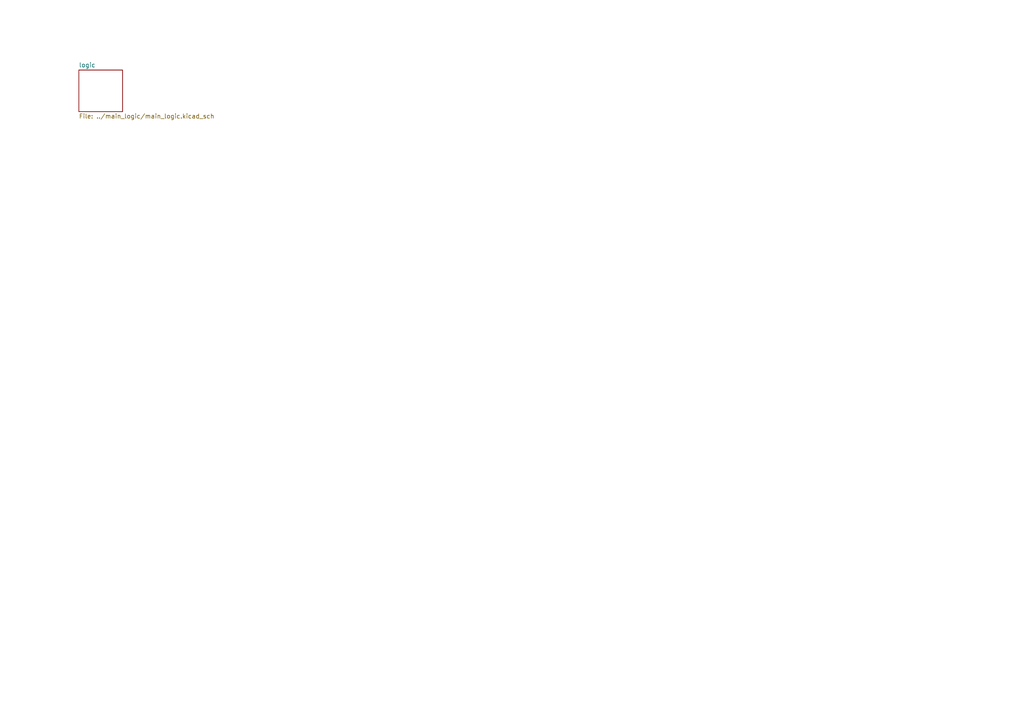
<source format=kicad_sch>
(kicad_sch
	(version 20250114)
	(generator "eeschema")
	(generator_version "9.0")
	(uuid "ccba897c-0afe-4800-bf6c-6f198831a830")
	(paper "A4")
	(lib_symbols)
	(sheet
		(at 22.86 20.32)
		(size 12.7 12.065)
		(exclude_from_sim no)
		(in_bom yes)
		(on_board yes)
		(dnp no)
		(fields_autoplaced yes)
		(stroke
			(width 0.1524)
			(type solid)
		)
		(fill
			(color 0 0 0 0.0000)
		)
		(uuid "30f0feea-95cb-4a2f-aac1-eea6203246c2")
		(property "Sheetname" "logic"
			(at 22.86 19.6084 0)
			(effects
				(font
					(size 1.27 1.27)
				)
				(justify left bottom)
			)
		)
		(property "Sheetfile" "../main_logic/main_logic.kicad_sch"
			(at 22.86 32.9696 0)
			(effects
				(font
					(size 1.27 1.27)
				)
				(justify left top)
			)
		)
		(instances
			(project "alu"
				(path "/ccba897c-0afe-4800-bf6c-6f198831a830"
					(page "2")
				)
			)
		)
	)
	(sheet_instances
		(path "/"
			(page "1")
		)
	)
	(embedded_fonts no)
)

</source>
